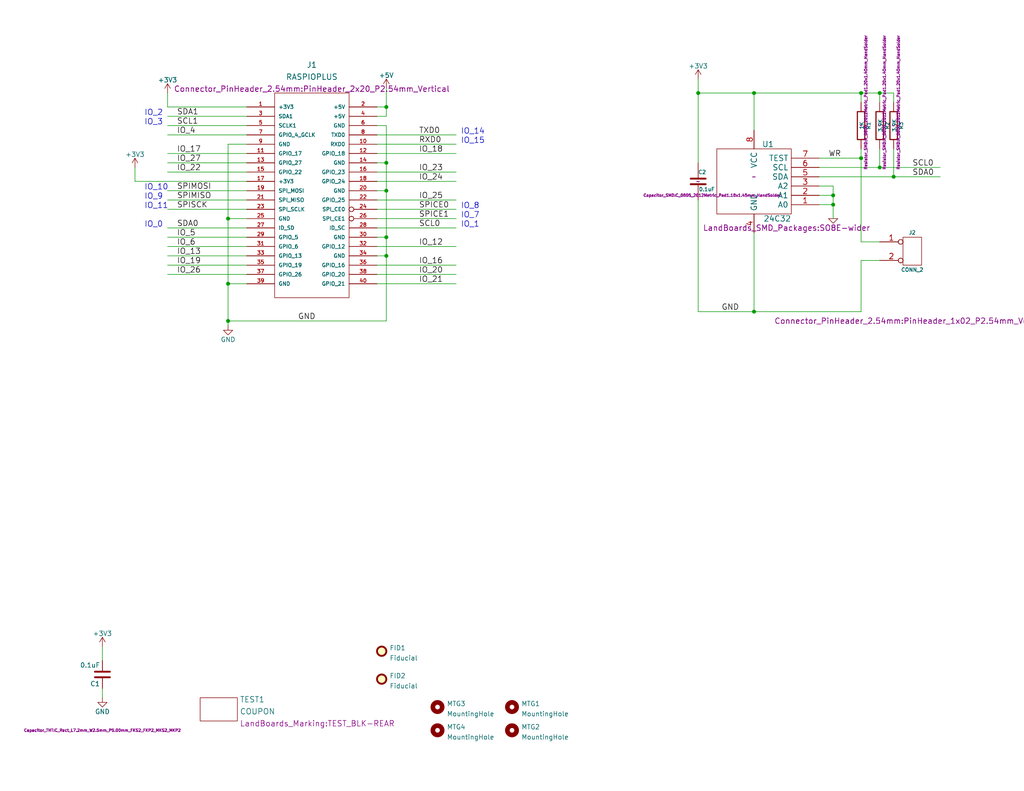
<source format=kicad_sch>
(kicad_sch (version 20211123) (generator eeschema)
  (paper "A")
  (title_block (title "RASPBERRY PI") (date "2022-06-08") (rev "1") (company "LAND BOARDS LLC"))
  (lib_symbols
    (symbol "Device:C" (pin_numbers hide) (pin_names (offset 0.254))
      (property "Reference" "C" (at 0.635 2.54 0))
      (property "Value" "C" (at 0.635 -2.54 0))
      (symbol "C_0_1"
        (polyline (pts (xy -2.032 -0.762) (xy 2.032 -0.762)) (stroke (width 0.508)))
        (polyline (pts (xy -2.032 0.762) (xy 2.032 0.762)) (stroke (width 0.508)))
      )
      (symbol "C_1_1"
        (pin passive line (at 0 3.81 270) (length 2.794) (name "~") (number "1"))
        (pin passive line (at 0 -3.81 90) (length 2.794) (name "~") (number "2"))
      )
    )
    (symbol "LandBoards:COUPON" (pin_names (offset 1.016))
      (property "Reference" "COUP?" (at 0 0 0))
      (property "Value" "COUPON" (at 0 0 0))
      (symbol "COUPON_0_1"
        (rectangle (start -5.08 0) (end 5.08 6.35))
      )
    )
    (symbol "LandBoards_Conns:RASPIOPLUS" (pin_names (offset 1.016))
      (property "Reference" "J" (at -8.89 29.21 0))
      (property "Value" "RASPIOPLUS" (at -2.54 -29.21 0))
      (symbol "RASPIOPLUS_0_1"
        (rectangle (start -10.16 27.94) (end 10.16 -27.94))
      )
      (symbol "RASPIOPLUS_1_1"
        (pin power_out line (at -17.78 24.13 0) (length 7.62) (name "+3V3") (number "1"))
        (pin input line (at 17.78 13.97 180) (length 7.62) (name "RXD0") (number "10"))
        (pin bidirectional line (at -17.78 11.43 0) (length 7.62) (name "GPIO_17") (number "11"))
        (pin bidirectional line (at 17.78 11.43 180) (length 7.62) (name "GPIO_18") (number "12"))
        (pin bidirectional line (at -17.78 8.89 0) (length 7.62) (name "GPIO_27") (number "13"))
        (pin power_out line (at 17.78 8.89 180) (length 7.62) (name "GND") (number "14"))
        (pin bidirectional line (at -17.78 6.35 0) (length 7.62) (name "GPIO_22") (number "15"))
        (pin bidirectional line (at 17.78 6.35 180) (length 7.62) (name "GPIO_23") (number "16"))
        (pin power_out line (at -17.78 3.81 0) (length 7.62) (name "+3V3") (number "17"))
        (pin bidirectional line (at 17.78 3.81 180) (length 7.62) (name "GPIO_24") (number "18"))
        (pin output line (at -17.78 1.27 0) (length 7.62) (name "SPI_MOSI") (number "19"))
        (pin power_out line (at 17.78 24.13 180) (length 7.62) (name "+5V") (number "2"))
        (pin power_out line (at 17.78 1.27 180) (length 7.62) (name "GND") (number "20"))
        (pin input line (at -17.78 -1.27 0) (length 7.62) (name "SPI_MISO") (number "21"))
        (pin output line (at 17.78 -1.27 180) (length 7.62) (name "GPIO_25") (number "22"))
        (pin output line (at -17.78 -3.81 0) (length 7.62) (name "SPI_SCLK") (number "23"))
        (pin output inverted (at 17.78 -3.81 180) (length 7.62) (name "SPI_CE0") (number "24"))
        (pin power_out line (at -17.78 -6.35 0) (length 7.62) (name "GND") (number "25"))
        (pin bidirectional inverted (at 17.78 -6.35 180) (length 7.62) (name "SPI_CE1") (number "26"))
        (pin power_out line (at -17.78 -8.89 0) (length 7.62) (name "ID_SD") (number "27"))
        (pin bidirectional line (at 17.78 -8.89 180) (length 7.62) (name "ID_SC") (number "28"))
        (pin power_out line (at -17.78 -11.43 0) (length 7.62) (name "GPIO_5") (number "29"))
        (pin bidirectional line (at -17.78 21.59 0) (length 7.62) (name "SDA1") (number "3"))
        (pin power_out line (at 17.78 -11.43 180) (length 7.62) (name "GND") (number "30"))
        (pin bidirectional line (at -17.78 -13.97 0) (length 7.62) (name "GPIO_6") (number "31"))
        (pin bidirectional line (at 17.78 -13.97 180) (length 7.62) (name "GPIO_12") (number "32"))
        (pin bidirectional line (at -17.78 -16.51 0) (length 7.62) (name "GPIO_13") (number "33"))
        (pin power_out line (at 17.78 -16.51 180) (length 7.62) (name "GND") (number "34"))
        (pin bidirectional line (at -17.78 -19.05 0) (length 7.62) (name "GPIO_19") (number "35"))
        (pin bidirectional line (at 17.78 -19.05 180) (length 7.62) (name "GPIO_16") (number "36"))
        (pin power_out line (at -17.78 -21.59 0) (length 7.62) (name "GPIO_26") (number "37"))
        (pin bidirectional line (at 17.78 -21.59 180) (length 7.62) (name "GPIO_20") (number "38"))
        (pin power_out line (at -17.78 -24.13 0) (length 7.62) (name "GND") (number "39"))
        (pin power_out line (at 17.78 21.59 180) (length 7.62) (name "+5V") (number "4"))
        (pin bidirectional line (at 17.78 -24.13 180) (length 7.62) (name "GPIO_21") (number "40"))
        (pin output line (at -17.78 19.05 0) (length 7.62) (name "SCLK1") (number "5"))
        (pin power_out line (at 17.78 19.05 180) (length 7.62) (name "GND") (number "6"))
        (pin output line (at -17.78 16.51 0) (length 7.62) (name "GPIO_4_GCLK") (number "7"))
        (pin output line (at 17.78 16.51 180) (length 7.62) (name "TXD0") (number "8"))
        (pin power_out line (at -17.78 13.97 0) (length 7.62) (name "GND") (number "9"))
      )
    )
    (symbol "Mechanical:Fiducial"
      (property "Reference" "FID" (at 0 5.08 0))
      (property "Value" "Fiducial" (at 0 3.175 0))
      (symbol "Fiducial_0_1"
        (circle (center 0 0) (radius 1.27) (stroke (width 0.508)) (fill (type background)))
      )
    )
    (symbol "Mechanical:MountingHole" (pin_names (offset 1.016))
      (property "Reference" "H" (at 0 5.08 0))
      (property "Value" "MountingHole" (at 0 3.175 0))
      (symbol "MountingHole_0_1"
        (circle (center 0 0) (radius 1.27) (stroke (width 1.27)))
      )
    )
    (symbol "RasPi-GVS-Plus-CFG-rescue:24C512" (pin_names (offset 0.762))
      (property "Reference" "U" (at 3.81 8.89 0))
      (property "Value" "24C512" (at 6.35 -11.43 0))
      (symbol "24C512_0_0"
        (pin power_in line (at 0 -15.24 90) (length 5.08) (name "GND") (number "4"))
        (pin power_in line (at 0 12.7 270) (length 5.08) (name "VCC") (number "8"))
      )
      (symbol "24C512_1_1"
        (rectangle (start -10.16 -10.16) (end 10.16 7.62))
        (pin input line (at 17.78 -7.62 180) (length 7.62) (name "A0") (number "1"))
        (pin input line (at 17.78 -5.08 180) (length 7.62) (name "A1") (number "2"))
        (pin input line (at 17.78 -2.54 180) (length 7.62) (name "A2") (number "3"))
        (pin bidirectional line (at 17.78 0 180) (length 7.62) (name "SDA") (number "5"))
        (pin input line (at 17.78 2.54 180) (length 7.62) (name "SCL") (number "6"))
        (pin input line (at 17.78 5.08 180) (length 7.62) (name "TEST") (number "7"))
      )
    )
    (symbol "RasPi-GVS-Plus-CFG-rescue:C" (pin_numbers hide) (pin_names (offset 0.254))
      (property "Reference" "C" (at 0 2.54 0))
      (property "Value" "C" (at 0.1524 -2.159 0))
      (symbol "C_0_1"
        (polyline (pts (xy -2.032 -0.762) (xy 2.032 -0.762)) (stroke (width 0.508)))
        (polyline (pts (xy -2.032 0.762) (xy 2.032 0.762)) (stroke (width 0.508)))
      )
      (symbol "C_1_1"
        (pin passive line (at 0 5.08 270) (length 4.318) (name "~") (number "1"))
        (pin passive line (at 0 -5.08 90) (length 4.318) (name "~") (number "2"))
      )
    )
    (symbol "RasPi-GVS-Plus-CFG-rescue:CONN_2" (pin_names (offset 1.016) hide)
      (property "Reference" "P" (at -1.27 0 90))
      (property "Value" "CONN_2" (at 1.27 0 90))
      (symbol "CONN_2_0_1"
        (rectangle (start -2.54 3.81) (end 2.54 -3.81))
      )
      (symbol "CONN_2_1_1"
        (pin passive inverted (at -8.89 2.54 0) (length 6.35) (name "P1") (number "1"))
        (pin passive inverted (at -8.89 -2.54 0) (length 6.35) (name "PM") (number "2"))
      )
    )
    (symbol "RasPi-GVS-Plus-CFG-rescue:GND" (power) (pin_names (offset 0))
      (symbol "GND_0_1"
        (polyline (pts (xy -1.27 0) (xy 0 -1.27) (xy 1.27 0) (xy -1.27 0)))
      )
      (symbol "GND_1_1"
        (pin power_in line (at 0 0 90) (length 0) hide (name "GND") (number "1"))
      )
    )
    (symbol "RasPi-GVS-Plus-CFG-rescue:R" (pin_numbers hide) (pin_names (offset 0))
      (property "Reference" "R" (at 2.032 0 90))
      (property "Value" "R" (at 0.1778 0.0254 90))
      (symbol "R_0_1"
        (rectangle (start -1.016 3.81) (end 1.016 -3.81) (stroke (width 0.3048)))
      )
      (symbol "R_1_1"
        (pin passive line (at 0 6.35 270) (length 2.54) (name "~") (number "1"))
        (pin passive line (at 0 -6.35 90) (length 2.54) (name "~") (number "2"))
      )
    )
    (symbol "power:+3.3V" (power) (pin_names (offset 0))
      (property "Value" "+3.3V" (at 0 3.556 0))
      (symbol "+3.3V_0_1"
        (polyline (pts (xy -0.762 1.27) (xy 0 2.54)))
        (polyline (pts (xy 0 0) (xy 0 2.54)))
        (polyline (pts (xy 0 2.54) (xy 0.762 1.27)))
      )
      (symbol "+3.3V_1_1"
        (pin power_in line (at 0 0 90) (length 0) hide (name "+3V3") (number "1"))
      )
    )
    (symbol "power:+5V" (power) (pin_names (offset 0))
      (property "Value" "+5V" (at 0 3.556 0))
      (symbol "+5V_0_1"
        (polyline (pts (xy -0.762 1.27) (xy 0 2.54)))
        (polyline (pts (xy 0 0) (xy 0 2.54)))
        (polyline (pts (xy 0 2.54) (xy 0.762 1.27)))
      )
      (symbol "+5V_1_1"
        (pin power_in line (at 0 0 90) (length 0) hide (name "+5V") (number "1"))
      )
    )
    (symbol "power:GND" (power) (pin_names (offset 0))
      (property "Value" "GND" (at 0 -3.81 0))
      (symbol "GND_0_1"
        (polyline (pts (xy 0 0) (xy 0 -1.27) (xy 1.27 -1.27) (xy 0 -2.54) (xy -1.27 -1.27) (xy 0 -1.27)))
      )
      (symbol "GND_1_1"
        (pin power_in line (at 0 0 270) (length 0) hide (name "GND") (number "1"))
      )
    )
  )
  (junction (at 105.41 44.45))
  (junction (at 62.23 87.63))
  (junction (at 105.41 52.07))
  (junction (at 62.23 77.47))
  (junction (at 234.95 43.18))
  (junction (at 227.33 53.34))
  (junction (at 205.74 25.4))
  (junction (at 105.41 64.77))
  (junction (at 227.33 55.88))
  (junction (at 205.74 85.09))
  (junction (at 240.03 25.4))
  (junction (at 190.5 25.4))
  (junction (at 62.23 59.69))
  (junction (at 243.84 48.26))
  (junction (at 105.41 69.85))
  (junction (at 240.03 45.72))
  (junction (at 234.95 25.4))
  (junction (at 105.41 29.21))
  (wire (pts (xy 124.46 49.53) (xy 102.87 49.53)))
  (wire (pts (xy 205.74 25.4) (xy 234.95 25.4)))
  (wire (pts (xy 105.41 31.75) (xy 105.41 29.21)))
  (wire (pts (xy 234.95 85.09) (xy 205.74 85.09)))
  (wire (pts (xy 27.94 187.96) (xy 27.94 190.5)))
  (wire (pts (xy 67.31 34.29) (xy 45.72 34.29)))
  (wire (pts (xy 67.31 44.45) (xy 45.72 44.45)))
  (wire (pts (xy 67.31 67.31) (xy 45.72 67.31)))
  (wire (pts (xy 67.31 39.37) (xy 62.23 39.37)))
  (wire (pts (xy 67.31 77.47) (xy 62.23 77.47)))
  (wire (pts (xy 62.23 87.63) (xy 62.23 88.9)))
  (wire (pts (xy 105.41 52.07) (xy 105.41 64.77)))
  (wire (pts (xy 102.87 52.07) (xy 105.41 52.07)))
  (wire (pts (xy 67.31 41.91) (xy 45.72 41.91)))
  (wire (pts (xy 234.95 40.64) (xy 234.95 43.18)))
  (wire (pts (xy 234.95 66.04) (xy 240.03 66.04)))
  (wire (pts (xy 240.03 40.64) (xy 240.03 45.72)))
  (wire (pts (xy 223.52 43.18) (xy 234.95 43.18)))
  (wire (pts (xy 36.83 49.53) (xy 36.83 45.72)))
  (wire (pts (xy 62.23 59.69) (xy 67.31 59.69)))
  (wire (pts (xy 223.52 50.8) (xy 227.33 50.8)))
  (wire (pts (xy 62.23 77.47) (xy 62.23 87.63)))
  (wire (pts (xy 67.31 31.75) (xy 45.72 31.75)))
  (wire (pts (xy 67.31 52.07) (xy 45.72 52.07)))
  (wire (pts (xy 105.41 64.77) (xy 105.41 69.85)))
  (wire (pts (xy 124.46 41.91) (xy 102.87 41.91)))
  (wire (pts (xy 234.95 27.94) (xy 234.95 25.4)))
  (wire (pts (xy 67.31 72.39) (xy 45.72 72.39)))
  (wire (pts (xy 223.52 45.72) (xy 240.03 45.72)))
  (wire (pts (xy 67.31 62.23) (xy 45.72 62.23)))
  (wire (pts (xy 124.46 57.15) (xy 102.87 57.15)))
  (wire (pts (xy 102.87 44.45) (xy 105.41 44.45)))
  (wire (pts (xy 240.03 25.4) (xy 243.84 25.4)))
  (wire (pts (xy 227.33 55.88) (xy 227.33 59.69)))
  (wire (pts (xy 124.46 72.39) (xy 102.87 72.39)))
  (wire (pts (xy 190.5 21.59) (xy 190.5 25.4)))
  (wire (pts (xy 190.5 44.45) (xy 190.5 25.4)))
  (wire (pts (xy 67.31 46.99) (xy 45.72 46.99)))
  (wire (pts (xy 223.52 53.34) (xy 227.33 53.34)))
  (wire (pts (xy 105.41 69.85) (xy 105.41 87.63)))
  (wire (pts (xy 102.87 31.75) (xy 105.41 31.75)))
  (wire (pts (xy 124.46 54.61) (xy 102.87 54.61)))
  (wire (pts (xy 67.31 54.61) (xy 45.72 54.61)))
  (wire (pts (xy 105.41 87.63) (xy 62.23 87.63)))
  (wire (pts (xy 227.33 50.8) (xy 227.33 53.34)))
  (wire (pts (xy 234.95 25.4) (xy 240.03 25.4)))
  (wire (pts (xy 67.31 57.15) (xy 45.72 57.15)))
  (wire (pts (xy 243.84 48.26) (xy 256.54 48.26)))
  (wire (pts (xy 67.31 69.85) (xy 45.72 69.85)))
  (wire (pts (xy 243.84 25.4) (xy 243.84 27.94)))
  (wire (pts (xy 105.41 34.29) (xy 102.87 34.29)))
  (wire (pts (xy 124.46 74.93) (xy 102.87 74.93)))
  (wire (pts (xy 124.46 39.37) (xy 102.87 39.37)))
  (wire (pts (xy 124.46 77.47) (xy 102.87 77.47)))
  (wire (pts (xy 105.41 29.21) (xy 105.41 24.13)))
  (wire (pts (xy 243.84 40.64) (xy 243.84 48.26)))
  (wire (pts (xy 45.72 29.21) (xy 67.31 29.21)))
  (wire (pts (xy 102.87 62.23) (xy 124.46 62.23)))
  (wire (pts (xy 67.31 36.83) (xy 45.72 36.83)))
  (wire (pts (xy 223.52 55.88) (xy 227.33 55.88)))
  (wire (pts (xy 105.41 34.29) (xy 105.41 44.45)))
  (wire (pts (xy 62.23 59.69) (xy 62.23 77.47)))
  (wire (pts (xy 124.46 46.99) (xy 102.87 46.99)))
  (wire (pts (xy 45.72 29.21) (xy 45.72 25.4)))
  (wire (pts (xy 240.03 71.12) (xy 234.95 71.12)))
  (wire (pts (xy 62.23 39.37) (xy 62.23 59.69)))
  (wire (pts (xy 227.33 53.34) (xy 227.33 55.88)))
  (wire (pts (xy 223.52 48.26) (xy 243.84 48.26)))
  (wire (pts (xy 205.74 63.5) (xy 205.74 85.09)))
  (wire (pts (xy 124.46 67.31) (xy 102.87 67.31)))
  (wire (pts (xy 102.87 29.21) (xy 105.41 29.21)))
  (wire (pts (xy 205.74 85.09) (xy 190.5 85.09)))
  (wire (pts (xy 190.5 25.4) (xy 205.74 25.4)))
  (wire (pts (xy 205.74 25.4) (xy 205.74 35.56)))
  (wire (pts (xy 67.31 64.77) (xy 45.72 64.77)))
  (wire (pts (xy 102.87 64.77) (xy 105.41 64.77)))
  (wire (pts (xy 124.46 36.83) (xy 102.87 36.83)))
  (wire (pts (xy 234.95 71.12) (xy 234.95 85.09)))
  (wire (pts (xy 27.94 176.53) (xy 27.94 180.34)))
  (wire (pts (xy 124.46 59.69) (xy 102.87 59.69)))
  (wire (pts (xy 190.5 54.61) (xy 190.5 85.09)))
  (wire (pts (xy 67.31 74.93) (xy 45.72 74.93)))
  (wire (pts (xy 240.03 27.94) (xy 240.03 25.4)))
  (wire (pts (xy 105.41 44.45) (xy 105.41 52.07)))
  (wire (pts (xy 67.31 49.53) (xy 36.83 49.53)))
  (wire (pts (xy 102.87 69.85) (xy 105.41 69.85)))
  (wire (pts (xy 240.03 45.72) (xy 256.54 45.72)))
  (wire (pts (xy 234.95 43.18) (xy 234.95 66.04)))
  (text "IO_14" (at 125.73 36.83 0) (effects (font (size 1.524 1.524)) (justify left bottom)))
  (text "IO_7" (at 125.73 59.69 0) (effects (font (size 1.524 1.524)) (justify left bottom)))
  (text "IO_15" (at 125.73 39.37 0) (effects (font (size 1.524 1.524)) (justify left bottom)))
  (text "IO_2" (at 39.37 31.75 0) (effects (font (size 1.524 1.524)) (justify left bottom)))
  (text "IO_11" (at 39.37 57.15 0) (effects (font (size 1.524 1.524)) (justify left bottom)))
  (text "IO_9" (at 39.37 54.61 0) (effects (font (size 1.524 1.524)) (justify left bottom)))
  (text "IO_8" (at 125.73 57.15 0) (effects (font (size 1.524 1.524)) (justify left bottom)))
  (text "IO_0" (at 39.37 62.23 0) (effects (font (size 1.524 1.524)) (justify left bottom)))
  (text "IO_10" (at 39.37 52.07 0) (effects (font (size 1.524 1.524)) (justify left bottom)))
  (text "IO_3" (at 39.37 34.29 0) (effects (font (size 1.524 1.524)) (justify left bottom)))
  (text "IO_1" (at 125.73 62.23 0) (effects (font (size 1.524 1.524)) (justify left bottom)))
  (label "IO_25" (at 114.3 54.61 0) (effects (font (size 1.524 1.524))))
  (label "IO_12" (at 114.3 67.31 0) (effects (font (size 1.524 1.524))))
  (label "WR" (at 226.06 43.18 0) (effects (font (size 1.524 1.524))))
  (label "SPISCK" (at 48.26 57.15 0) (effects (font (size 1.524 1.524))))
  (label "SDA1" (at 48.26 31.75 0) (effects (font (size 1.524 1.524))))
  (label "IO_13" (at 48.26 69.85 0) (effects (font (size 1.524 1.524))))
  (label "IO_4" (at 48.26 36.83 0) (effects (font (size 1.524 1.524))))
  (label "SPICE0" (at 114.3 57.15 0) (effects (font (size 1.524 1.524))))
  (label "IO_16" (at 114.3 72.39 0) (effects (font (size 1.524 1.524))))
  (label "RXD0" (at 114.3 39.37 0) (effects (font (size 1.524 1.524))))
  (label "IO_26" (at 48.26 74.93 0) (effects (font (size 1.524 1.524))))
  (label "SDA0" (at 248.92 48.26 0) (effects (font (size 1.524 1.524))))
  (label "IO_21" (at 114.3 77.47 0) (effects (font (size 1.524 1.524))))
  (label "SPIMOSI" (at 48.26 52.07 0) (effects (font (size 1.524 1.524))))
  (label "IO_17" (at 48.26 41.91 0) (effects (font (size 1.524 1.524))))
  (label "IO_18" (at 114.3 41.91 0) (effects (font (size 1.524 1.524))))
  (label "IO_22" (at 48.26 46.99 0) (effects (font (size 1.524 1.524))))
  (label "IO_23" (at 114.3 46.99 0) (effects (font (size 1.524 1.524))))
  (label "IO_24" (at 114.3 49.53 0) (effects (font (size 1.524 1.524))))
  (label "SCL0" (at 248.92 45.72 0) (effects (font (size 1.524 1.524))))
  (label "IO_6" (at 48.26 67.31 0) (effects (font (size 1.524 1.524))))
  (label "IO_5" (at 48.26 64.77 0) (effects (font (size 1.524 1.524))))
  (label "SPIMISO" (at 48.26 54.61 0) (effects (font (size 1.524 1.524))))
  (label "SDA0" (at 48.26 62.23 0) (effects (font (size 1.524 1.524))))
  (label "GND" (at 196.85 85.09 0) (effects (font (size 1.524 1.524))))
  (label "GND" (at 81.28 87.63 0) (effects (font (size 1.524 1.524))))
  (label "SCL1" (at 48.26 34.29 0) (effects (font (size 1.524 1.524))))
  (label "IO_20" (at 114.3 74.93 0) (effects (font (size 1.524 1.524))))
  (label "TXD0" (at 114.3 36.83 0) (effects (font (size 1.524 1.524))))
  (label "IO_27" (at 48.26 44.45 0) (effects (font (size 1.524 1.524))))
  (label "SPICE1" (at 114.3 59.69 0) (effects (font (size 1.524 1.524))))
  (label "IO_19" (at 48.26 72.39 0) (effects (font (size 1.524 1.524))))
  (label "SCL0" (at 114.3 62.23 0) (effects (font (size 1.524 1.524))))
  (symbol (lib_id "power:+3.3V") (at 45.72 25.4 0) (unit 1)
    (property "Reference" "#PWR05" (effects hide))
    (property "Value" "+3.3V" (at 45.72 21.844 0))
  )
  (symbol (lib_id "power:+5V") (at 105.41 24.13 0) (unit 1)
    (property "Reference" "#PWR06" (effects hide))
    (property "Value" "+5V" (at 105.41 20.574 0))
  )
  (symbol (lib_id "power:GND") (at 62.23 88.9 0) (unit 1)
    (property "Reference" "#PWR021" (effects hide))
    (property "Value" "GND" (at 62.23 92.71 0))
  )
  (symbol (lib_id "Device:C") (at 27.94 184.15 180) (unit 1)
    (property "Reference" "C1" (at 27.305 186.69 0) (effects (justify left)))
    (property "Value" "0.1uF" (at 27.305 181.61 0) (effects (justify left)))
    (property "Footprint" "Capacitor_THT:C_Rect_L7.2mm_W2.5mm_P5.00mm_FKS2_FKP2_MKS2_MKP2" (at 27.94 199.39 0) (effects (font (size 0.762 0.762))))
  )
  (symbol (lib_id "power:GND") (at 27.94 190.5 0) (unit 1)
    (property "Reference" "#PWR0104" (effects hide))
    (property "Value" "GND" (at 27.94 194.31 0))
  )
  (symbol (lib_id "power:+3.3V") (at 27.94 176.53 0) (unit 1)
    (property "Reference" "#PWR0105" (effects hide))
    (property "Value" "+3.3V" (at 27.94 172.974 0))
  )
  (symbol (lib_id "RasPi-GVS-Plus-CFG-rescue:R") (at 240.03 34.29 0) (unit 1)
    (property "Reference" "R2" (at 242.062 34.29 90) (effects (font (size 1.016 1.016))))
    (property "Value" "3.9K" (at 240.2078 34.2646 90) (effects (font (size 1.016 1.016))))
    (property "Footprint" "Resistor_SMD:R_0805_2012Metric_Pad1.20x1.40mm_HandSolder" (at 241.3 27.94 90) (effects (font (size 0.762 0.762))))
    (property "Datasheet" "~" (at 240.03 34.29 0) (effects (font (size 0.762 0.762))))
  )
  (symbol (lib_id "RasPi-GVS-Plus-CFG-rescue:C") (at 190.5 49.53 0) (unit 1)
    (property "Reference" "C2" (at 190.5 46.99 0) (effects (font (size 1.016 1.016)) (justify left)))
    (property "Value" "0.1uF" (at 190.6524 51.689 0) (effects (font (size 1.016 1.016)) (justify left)))
    (property "Footprint" "Capacitor_SMD:C_0805_2012Metric_Pad1.18x1.45mm_HandSolder" (at 194.31 53.34 0) (effects (font (size 0.762 0.762))))
    (property "Datasheet" "~" (at 190.5 49.53 0) (effects (font (size 1.524 1.524))))
  )
  (symbol (lib_id "Mechanical:Fiducial") (at 104.14 177.8 0) (unit 1)
    (property "Reference" "FID1" (at 106.299 176.8915 0) (effects (justify left)))
    (property "Value" "Fiducial" (at 106.299 179.6666 0) (effects (justify left)))
    (property "Footprint" "Fiducial:Fiducial_0.75mm_Mask2.25mm" (effects hide))
  )
  (symbol (lib_id "RasPi-GVS-Plus-CFG-rescue:CONN_2") (at 248.92 68.58 0) (unit 1)
    (property "Reference" "J2" (at 248.92 63.5 0) (effects (font (size 1.016 1.016))))
    (property "Value" "CONN_2" (at 248.92 73.66 0) (effects (font (size 1.016 1.016))))
    (property "Footprint" "Connector_PinHeader_2.54mm:PinHeader_1x02_P2.54mm_Vertical" (at 248.92 87.63 0) (effects (font (size 1.524 1.524))))
  )
  (symbol (lib_id "LandBoards:COUPON") (at 59.69 196.85 0) (unit 1)
    (property "Reference" "TEST1" (at 65.405 190.9708 0) (effects (font (size 1.524 1.524)) (justify left)))
    (property "Value" "COUPON" (at 65.405 194.2498 0) (effects (font (size 1.524 1.524)) (justify left)))
    (property "Footprint" "LandBoards_Marking:TEST_BLK-REAR" (at 65.405 197.5288 0) (effects (font (size 1.524 1.524)) (justify left)))
  )
  (symbol (lib_id "RasPi-GVS-Plus-CFG-rescue:24C512") (at 205.74 48.26 0) (unit 1)
    (property "Reference" "U1" (at 209.55 39.37 0) (effects (font (size 1.524 1.524))))
    (property "Value" "24C32" (at 212.09 59.69 0) (effects (font (size 1.524 1.524))))
    (property "Footprint" "LandBoards_SMD_Packages:SO8E-wider" (at 214.63 62.23 0) (effects (font (size 1.524 1.524))))
    (property "Datasheet" "~" (at 205.74 48.26 0) (effects (font (size 1.524 1.524))))
  )
  (symbol (lib_id "Mechanical:Fiducial") (at 104.14 185.42 0) (unit 1)
    (property "Reference" "FID2" (at 106.299 184.5115 0) (effects (justify left)))
    (property "Value" "Fiducial" (at 106.299 187.2866 0) (effects (justify left)))
    (property "Footprint" "Fiducial:Fiducial_0.75mm_Mask2.25mm" (effects hide))
  )
  (symbol (lib_id "power:+3.3V") (at 190.5 21.59 0) (unit 1)
    (property "Reference" "#PWR0102" (effects hide))
    (property "Value" "+3.3V" (at 190.5 18.034 0))
  )
  (symbol (lib_id "Mechanical:MountingHole") (at 119.38 199.39 0) (unit 1)
    (property "Reference" "MTG4" (at 121.92 198.4815 0) (effects (justify left)))
    (property "Value" "MountingHole" (at 121.92 201.2566 0) (effects (justify left)))
    (property "Footprint" "MountingHole:MountingHole_2.7mm_M2.5" (effects hide))
  )
  (symbol (lib_id "power:+3.3V") (at 36.83 45.72 0) (unit 1)
    (property "Reference" "#PWR0103" (effects hide))
    (property "Value" "+3.3V" (at 36.83 42.164 0))
  )
  (symbol (lib_id "RasPi-GVS-Plus-CFG-rescue:R") (at 243.84 34.29 0) (unit 1)
    (property "Reference" "R3" (at 245.872 34.29 90) (effects (font (size 1.016 1.016))))
    (property "Value" "3.9K" (at 244.0178 34.2646 90) (effects (font (size 1.016 1.016))))
    (property "Footprint" "Resistor_SMD:R_0805_2012Metric_Pad1.20x1.40mm_HandSolder" (at 245.11 27.94 90) (effects (font (size 0.762 0.762))))
    (property "Datasheet" "~" (at 243.84 34.29 0) (effects (font (size 0.762 0.762))))
  )
  (symbol (lib_id "Mechanical:MountingHole") (at 139.7 199.39 0) (unit 1)
    (property "Reference" "MTG2" (at 142.24 198.4815 0) (effects (justify left)))
    (property "Value" "MountingHole" (at 142.24 201.2566 0) (effects (justify left)))
    (property "Footprint" "MountingHole:MountingHole_2.7mm_M2.5" (effects hide))
  )
  (symbol (lib_id "Mechanical:MountingHole") (at 139.7 193.04 0) (unit 1)
    (property "Reference" "MTG1" (at 142.24 192.1315 0) (effects (justify left)))
    (property "Value" "MountingHole" (at 142.24 194.9066 0) (effects (justify left)))
    (property "Footprint" "MountingHole:MountingHole_2.7mm_M2.5" (effects hide))
  )
  (symbol (lib_id "RasPi-GVS-Plus-CFG-rescue:GND") (at 227.33 59.69 0) (unit 1)
    (property "Reference" "#PWR0101" (effects hide))
    (property "Value" "GND" (effects hide))
  )
  (symbol (lib_id "LandBoards_Conns:RASPIOPLUS") (at 85.09 53.34 0) (unit 1)
    (property "Reference" "J1" (at 85.09 17.7171 0) (effects (font (size 1.524 1.524))))
    (property "Value" "RASPIOPLUS" (at 85.09 20.9961 0) (effects (font (size 1.524 1.524))))
    (property "Footprint" "Connector_PinHeader_2.54mm:PinHeader_2x20_P2.54mm_Vertical" (at 85.09 24.2751 0) (effects (font (size 1.524 1.524))))
  )
  (symbol (lib_id "RasPi-GVS-Plus-CFG-rescue:R") (at 234.95 34.29 0) (unit 1)
    (property "Reference" "R1" (at 236.982 34.29 90) (effects (font (size 1.016 1.016))))
    (property "Value" "1K" (at 235.1278 34.2646 90) (effects (font (size 1.016 1.016))))
    (property "Footprint" "Resistor_SMD:R_0805_2012Metric_Pad1.20x1.40mm_HandSolder" (at 236.22 27.94 90) (effects (font (size 0.762 0.762))))
    (property "Datasheet" "~" (at 234.95 34.29 0) (effects (font (size 0.762 0.762))))
  )
  (symbol (lib_id "Mechanical:MountingHole") (at 119.38 193.04 0) (unit 1)
    (property "Reference" "MTG3" (at 121.92 192.1315 0) (effects (justify left)))
    (property "Value" "MountingHole" (at 121.92 194.9066 0) (effects (justify left)))
    (property "Footprint" "MountingHole:MountingHole_2.7mm_M2.5" (effects hide))
  )
)
</source>
